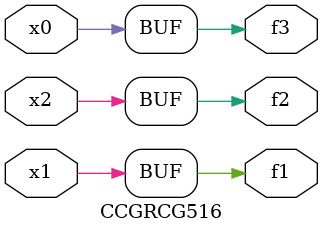
<source format=v>
module CCGRCG516(
	input x0, x1, x2,
	output f1, f2, f3
);
	assign f1 = x1;
	assign f2 = x2;
	assign f3 = x0;
endmodule

</source>
